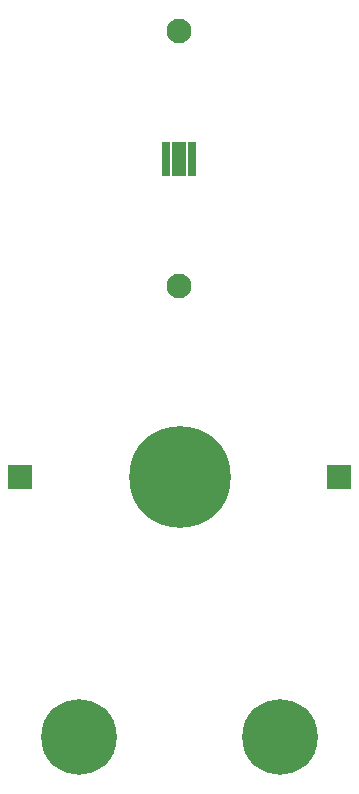
<source format=gts>
G04 #@! TF.GenerationSoftware,KiCad,Pcbnew,8.0.5*
G04 #@! TF.CreationDate,2024-10-10T12:39:46+02:00*
G04 #@! TF.ProjectId,LED_SINGLE_Board,4c45445f-5349-44e4-974c-455f426f6172,rev?*
G04 #@! TF.SameCoordinates,Original*
G04 #@! TF.FileFunction,Soldermask,Top*
G04 #@! TF.FilePolarity,Negative*
%FSLAX46Y46*%
G04 Gerber Fmt 4.6, Leading zero omitted, Abs format (unit mm)*
G04 Created by KiCad (PCBNEW 8.0.5) date 2024-10-10 12:39:46*
%MOMM*%
%LPD*%
G01*
G04 APERTURE LIST*
G04 Aperture macros list*
%AMRoundRect*
0 Rectangle with rounded corners*
0 $1 Rounding radius*
0 $2 $3 $4 $5 $6 $7 $8 $9 X,Y pos of 4 corners*
0 Add a 4 corners polygon primitive as box body*
4,1,4,$2,$3,$4,$5,$6,$7,$8,$9,$2,$3,0*
0 Add four circle primitives for the rounded corners*
1,1,$1+$1,$2,$3*
1,1,$1+$1,$4,$5*
1,1,$1+$1,$6,$7*
1,1,$1+$1,$8,$9*
0 Add four rect primitives between the rounded corners*
20,1,$1+$1,$2,$3,$4,$5,0*
20,1,$1+$1,$4,$5,$6,$7,0*
20,1,$1+$1,$6,$7,$8,$9,0*
20,1,$1+$1,$8,$9,$2,$3,0*%
G04 Aperture macros list end*
%ADD10C,2.100000*%
%ADD11RoundRect,0.102000X0.250000X1.350000X-0.250000X1.350000X-0.250000X-1.350000X0.250000X-1.350000X0*%
%ADD12RoundRect,0.102000X0.500000X1.350000X-0.500000X1.350000X-0.500000X-1.350000X0.500000X-1.350000X0*%
%ADD13C,8.600000*%
%ADD14C,6.400000*%
%ADD15R,2.000000X2.000000*%
G04 APERTURE END LIST*
D10*
X43400000Y-30740000D03*
X43400000Y-52260000D03*
D11*
X42300000Y-41500000D03*
X44500000Y-41500000D03*
D12*
X43400000Y-41500000D03*
D13*
X43500000Y-68500000D03*
D14*
X35000000Y-90500000D03*
X52000000Y-90500000D03*
D15*
X57000000Y-68500000D03*
X30000000Y-68500000D03*
M02*

</source>
